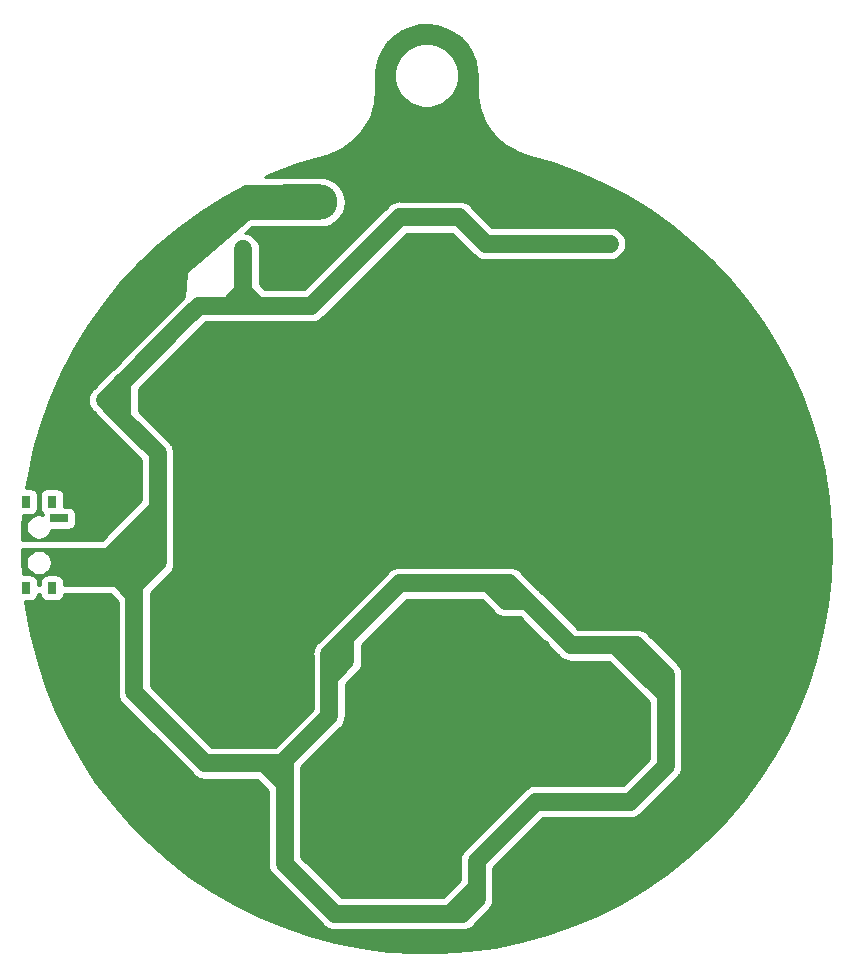
<source format=gbr>
%TF.GenerationSoftware,KiCad,Pcbnew,(5.1.10)-1*%
%TF.CreationDate,2021-10-17T11:10:58+02:00*%
%TF.ProjectId,TVZ_kuglica,54565a5f-6b75-4676-9c69-63612e6b6963,rev?*%
%TF.SameCoordinates,Original*%
%TF.FileFunction,Copper,L2,Bot*%
%TF.FilePolarity,Positive*%
%FSLAX46Y46*%
G04 Gerber Fmt 4.6, Leading zero omitted, Abs format (unit mm)*
G04 Created by KiCad (PCBNEW (5.1.10)-1) date 2021-10-17 11:10:58*
%MOMM*%
%LPD*%
G01*
G04 APERTURE LIST*
%TA.AperFunction,SMDPad,CuDef*%
%ADD10O,6.000000X3.000000*%
%TD*%
%TA.AperFunction,SMDPad,CuDef*%
%ADD11R,1.500000X0.700000*%
%TD*%
%TA.AperFunction,SMDPad,CuDef*%
%ADD12R,0.800000X1.000000*%
%TD*%
%TA.AperFunction,ViaPad*%
%ADD13C,0.800000*%
%TD*%
%TA.AperFunction,Conductor*%
%ADD14C,1.524000*%
%TD*%
%TA.AperFunction,Conductor*%
%ADD15C,0.762000*%
%TD*%
%TA.AperFunction,Conductor*%
%ADD16C,0.254000*%
%TD*%
%TA.AperFunction,Conductor*%
%ADD17C,0.100000*%
%TD*%
G04 APERTURE END LIST*
D10*
%TO.P,BT1,1*%
%TO.N,VCC*%
X126500000Y-70750000D03*
%TO.P,BT1,2*%
%TO.N,GND*%
X145500000Y-70750000D03*
%TD*%
D11*
%TO.P,SW1,1*%
%TO.N,Net-(D1-Pad1)*%
X105930000Y-102000000D03*
%TO.P,SW1,2*%
%TO.N,VCC*%
X105930000Y-99000000D03*
%TO.P,SW1,3*%
%TO.N,Net-(SW1-Pad3)*%
X105930000Y-97500000D03*
D12*
%TO.P,SW1,*%
%TO.N,*%
X103070000Y-103400000D03*
X103070000Y-96100000D03*
X105280000Y-96100000D03*
X105280000Y-103400000D03*
%TD*%
D13*
%TO.N,Net-(D1-Pad1)*%
X144000000Y-103000000D03*
X157250000Y-110750000D03*
X141250000Y-129750000D03*
X109750000Y-87500000D03*
X121500000Y-74750000D03*
X132500000Y-74250000D03*
X152500000Y-74250000D03*
X128750000Y-109000000D03*
X114250000Y-101250000D03*
X115000000Y-115000000D03*
X125000000Y-126750000D03*
%TO.N,GND*%
X118500000Y-126000000D03*
X134750000Y-125750000D03*
X135000000Y-133000000D03*
X145250000Y-126250000D03*
X153750000Y-127750000D03*
X154250000Y-77250000D03*
X130750000Y-73250000D03*
X120250000Y-84000000D03*
X126250000Y-93250000D03*
X120250000Y-105250000D03*
X128250000Y-104000000D03*
X108000000Y-107250000D03*
X118000000Y-110250000D03*
X138000000Y-112250000D03*
X149750000Y-117000000D03*
X147000000Y-108250000D03*
X165000000Y-105250000D03*
X161250000Y-117250000D03*
X155250000Y-97750000D03*
X157750000Y-90000000D03*
X139750000Y-94750000D03*
X161250000Y-110750000D03*
X132750000Y-109000000D03*
X148000000Y-103000000D03*
X119000000Y-115000000D03*
X118250000Y-101250000D03*
X145250000Y-129750000D03*
X113750000Y-87500000D03*
X136500000Y-74250000D03*
X156500000Y-74250000D03*
X125500000Y-74750000D03*
X129000000Y-126750000D03*
%TD*%
D14*
%TO.N,Net-(D1-Pad1)*%
X115000000Y-115000000D02*
X112250000Y-112250000D01*
X112250000Y-112250000D02*
X112250000Y-103250000D01*
X112250000Y-103250000D02*
X114250000Y-101250000D01*
X114250000Y-95250000D02*
X114250000Y-92000000D01*
X111250000Y-86000000D02*
X111375000Y-85875000D01*
X111375000Y-85875000D02*
X116750000Y-80500000D01*
X109750000Y-87500000D02*
X111375000Y-85875000D01*
X111250000Y-89000000D02*
X111250000Y-86000000D01*
X114250000Y-92000000D02*
X111250000Y-89000000D01*
X111250000Y-89000000D02*
X109750000Y-87500000D01*
X145500000Y-104500000D02*
X143750000Y-104500000D01*
X142250000Y-103000000D02*
X134750000Y-103000000D01*
X143750000Y-104500000D02*
X142250000Y-103000000D01*
X144000000Y-103000000D02*
X142250000Y-103000000D01*
X145500000Y-104500000D02*
X144000000Y-103000000D01*
X128750000Y-114250000D02*
X124750000Y-118250000D01*
X118250000Y-118250000D02*
X115000000Y-115000000D01*
X130125000Y-109625000D02*
X128750000Y-111000000D01*
X128750000Y-111000000D02*
X128750000Y-114250000D01*
X128750000Y-109000000D02*
X128750000Y-111000000D01*
X134750000Y-103000000D02*
X130125000Y-107625000D01*
X130125000Y-107625000D02*
X130125000Y-109625000D01*
X130125000Y-107625000D02*
X128750000Y-109000000D01*
X134750000Y-72000000D02*
X132500000Y-74250000D01*
X139750000Y-72000000D02*
X134750000Y-72000000D01*
X142000000Y-74250000D02*
X139750000Y-72000000D01*
X152500000Y-74250000D02*
X142000000Y-74250000D01*
X117750000Y-79500000D02*
X116750000Y-80500000D01*
X127250000Y-79500000D02*
X132500000Y-74250000D01*
X119500000Y-79500000D02*
X119000000Y-79500000D01*
X117750000Y-79500000D02*
X119500000Y-79500000D01*
X141250000Y-126500000D02*
X146250000Y-121500000D01*
X146250000Y-121500000D02*
X154250000Y-121500000D01*
X154250000Y-121500000D02*
X157250000Y-118500000D01*
X157250000Y-112500000D02*
X157250000Y-110750000D01*
X157250000Y-118500000D02*
X157250000Y-112500000D01*
X157250000Y-110750000D02*
X154750000Y-108250000D01*
X149250000Y-108250000D02*
X147750000Y-106750000D01*
X147750000Y-106750000D02*
X145500000Y-104500000D01*
X157250000Y-112500000D02*
X153000000Y-108250000D01*
X153000000Y-108250000D02*
X149250000Y-108250000D01*
X154750000Y-108250000D02*
X153000000Y-108250000D01*
X112250000Y-101250000D02*
X114250000Y-99250000D01*
X112250000Y-103250000D02*
X112250000Y-101250000D01*
X114250000Y-99250000D02*
X114250000Y-95250000D01*
X114250000Y-101250000D02*
X114250000Y-99250000D01*
X125000000Y-118500000D02*
X124750000Y-118250000D01*
X123250000Y-118250000D02*
X125000000Y-120000000D01*
X125000000Y-120000000D02*
X125000000Y-118500000D01*
X124750000Y-118250000D02*
X123250000Y-118250000D01*
X125000000Y-126750000D02*
X125000000Y-120000000D01*
X123250000Y-118250000D02*
X118250000Y-118250000D01*
X141250000Y-129750000D02*
X140000000Y-131000000D01*
X129250000Y-131000000D02*
X125000000Y-126750000D01*
X138750000Y-131000000D02*
X139000000Y-131000000D01*
X139000000Y-131000000D02*
X141250000Y-128750000D01*
X141250000Y-128750000D02*
X141250000Y-126500000D01*
X141250000Y-129750000D02*
X141250000Y-128750000D01*
X140000000Y-131000000D02*
X138750000Y-131000000D01*
X138750000Y-131000000D02*
X129250000Y-131000000D01*
X121500000Y-79250000D02*
X121750000Y-79500000D01*
X119500000Y-79500000D02*
X121750000Y-79500000D01*
X119500000Y-79500000D02*
X120250000Y-79500000D01*
X121500000Y-78250000D02*
X121500000Y-79250000D01*
X120250000Y-79500000D02*
X121500000Y-78250000D01*
X121500000Y-74750000D02*
X121500000Y-78250000D01*
X121500000Y-78250000D02*
X122750000Y-79500000D01*
X122750000Y-79500000D02*
X127250000Y-79500000D01*
X121750000Y-79500000D02*
X122750000Y-79500000D01*
D15*
%TO.N,VCC*%
X105930000Y-99000000D02*
X108750000Y-99000000D01*
X108750000Y-99000000D02*
X109750000Y-98000000D01*
X109750000Y-98000000D02*
X109750000Y-94000000D01*
X109750000Y-94000000D02*
X107250000Y-91500000D01*
X107250000Y-91500000D02*
X107250000Y-86000000D01*
X107250000Y-86000000D02*
X113500000Y-79750000D01*
X113500000Y-79750000D02*
X113500000Y-77000000D01*
X119750000Y-70750000D02*
X126500000Y-70750000D01*
X113500000Y-77000000D02*
X119750000Y-70750000D01*
%TD*%
D16*
%TO.N,GND*%
X137886138Y-55831059D02*
X138610388Y-56053867D01*
X139283738Y-56401409D01*
X139884901Y-56862699D01*
X140394872Y-57423149D01*
X140797540Y-58065057D01*
X141080170Y-58768122D01*
X141236190Y-59521513D01*
X141265000Y-60021169D01*
X141265001Y-61306272D01*
X141266298Y-61319440D01*
X141278413Y-61656049D01*
X141278863Y-61659632D01*
X141278707Y-61663242D01*
X141287438Y-61747410D01*
X141429908Y-62624862D01*
X141435629Y-62647269D01*
X141438736Y-62670183D01*
X141462234Y-62751474D01*
X141757835Y-63589830D01*
X141767433Y-63610870D01*
X141774549Y-63632871D01*
X141812059Y-63708691D01*
X141812071Y-63708717D01*
X141812077Y-63708725D01*
X142251461Y-64481476D01*
X142264630Y-64500478D01*
X142275533Y-64520879D01*
X142325894Y-64588881D01*
X142895182Y-65271616D01*
X142911512Y-65287990D01*
X142925851Y-65306132D01*
X142987458Y-65364142D01*
X143668651Y-65935276D01*
X143687625Y-65948502D01*
X143704950Y-65963817D01*
X143775855Y-66010000D01*
X144547423Y-66451478D01*
X144568436Y-66461133D01*
X144588200Y-66473139D01*
X144666163Y-66506036D01*
X145503715Y-66803905D01*
X145508021Y-66805017D01*
X145525587Y-66811299D01*
X145542755Y-66816572D01*
X147746053Y-67464098D01*
X149878711Y-68247813D01*
X151954729Y-69171140D01*
X153965017Y-70230036D01*
X155900673Y-71419812D01*
X157753239Y-72735268D01*
X159514561Y-74170616D01*
X161176886Y-75719540D01*
X162732884Y-77375207D01*
X164175738Y-79130360D01*
X165499106Y-80977290D01*
X166697162Y-82907865D01*
X167764630Y-84913581D01*
X168696830Y-86985643D01*
X169489658Y-89114933D01*
X170139624Y-91292080D01*
X170643873Y-93507517D01*
X171000188Y-95751501D01*
X171207004Y-98014175D01*
X171263407Y-100285560D01*
X171169153Y-102555700D01*
X170924654Y-104814605D01*
X170530986Y-107052337D01*
X169989882Y-109259064D01*
X169303718Y-111425077D01*
X168475512Y-113540851D01*
X167508906Y-115597090D01*
X166408155Y-117584736D01*
X165178083Y-119495080D01*
X163824120Y-121319689D01*
X162352204Y-123050560D01*
X160768823Y-124680064D01*
X159080926Y-126201055D01*
X157295931Y-127606843D01*
X155421695Y-128891239D01*
X153466456Y-130048599D01*
X151438820Y-131073832D01*
X149347702Y-131962428D01*
X147202263Y-132710493D01*
X145011999Y-133314718D01*
X142786467Y-133772464D01*
X140535523Y-134081705D01*
X138269022Y-134241089D01*
X135996953Y-134249911D01*
X133729262Y-134108134D01*
X131475992Y-133816385D01*
X129246983Y-133375938D01*
X127052076Y-132788738D01*
X124900917Y-132057366D01*
X122802939Y-131185029D01*
X120767401Y-130175574D01*
X118803237Y-129033435D01*
X116919085Y-127763634D01*
X115123223Y-126371749D01*
X113423564Y-124863914D01*
X111827572Y-123246751D01*
X110342263Y-121527368D01*
X108974171Y-119713331D01*
X107729304Y-117812605D01*
X106613144Y-115833557D01*
X105630601Y-113784897D01*
X104785986Y-111675609D01*
X104083026Y-109515005D01*
X103524797Y-107312547D01*
X103113763Y-105077935D01*
X103051083Y-104538072D01*
X103470000Y-104538072D01*
X103594482Y-104525812D01*
X103714180Y-104489502D01*
X103824494Y-104430537D01*
X103921185Y-104351185D01*
X104000537Y-104254494D01*
X104059502Y-104144180D01*
X104095812Y-104024482D01*
X104108072Y-103900000D01*
X104108072Y-103885000D01*
X104241928Y-103885000D01*
X104241928Y-103900000D01*
X104254188Y-104024482D01*
X104290498Y-104144180D01*
X104349463Y-104254494D01*
X104428815Y-104351185D01*
X104525506Y-104430537D01*
X104635820Y-104489502D01*
X104755518Y-104525812D01*
X104880000Y-104538072D01*
X105680000Y-104538072D01*
X105804482Y-104525812D01*
X105924180Y-104489502D01*
X106034494Y-104430537D01*
X106131185Y-104351185D01*
X106210537Y-104254494D01*
X106269502Y-104144180D01*
X106305812Y-104024482D01*
X106318072Y-103900000D01*
X106318072Y-103885000D01*
X110211858Y-103885000D01*
X110853001Y-104617735D01*
X110853000Y-112181375D01*
X110846241Y-112250000D01*
X110860387Y-112393622D01*
X110873214Y-112523859D01*
X110953096Y-112787194D01*
X111082817Y-113029886D01*
X111257392Y-113242607D01*
X111310704Y-113286359D01*
X114060696Y-116036353D01*
X114060707Y-116036362D01*
X117213645Y-119189302D01*
X117257392Y-119242608D01*
X117470113Y-119417183D01*
X117712805Y-119546904D01*
X117954215Y-119620135D01*
X117976140Y-119626786D01*
X118249999Y-119653759D01*
X118318624Y-119647000D01*
X122671345Y-119647000D01*
X123603001Y-120578657D01*
X123603000Y-126681375D01*
X123596241Y-126750000D01*
X123603000Y-126818624D01*
X123623214Y-127023859D01*
X123703096Y-127287194D01*
X123832817Y-127529886D01*
X124007392Y-127742607D01*
X124060705Y-127786360D01*
X128213641Y-131939297D01*
X128257392Y-131992608D01*
X128432381Y-132136217D01*
X128470113Y-132167183D01*
X128712804Y-132296904D01*
X128976140Y-132376786D01*
X129250000Y-132403759D01*
X129318625Y-132397000D01*
X138931375Y-132397000D01*
X139000000Y-132403759D01*
X139068625Y-132397000D01*
X139931375Y-132397000D01*
X140000000Y-132403759D01*
X140068625Y-132397000D01*
X140273860Y-132376786D01*
X140537195Y-132296904D01*
X140779887Y-132167183D01*
X140992608Y-131992608D01*
X141036364Y-131939292D01*
X142189301Y-130786355D01*
X142242607Y-130742608D01*
X142417183Y-130529887D01*
X142546904Y-130287195D01*
X142626786Y-130023860D01*
X142647000Y-129818625D01*
X142647000Y-129818624D01*
X142653759Y-129750000D01*
X142647000Y-129681375D01*
X142647000Y-128818633D01*
X142653760Y-128750000D01*
X142647000Y-128681368D01*
X142647000Y-127078655D01*
X146828656Y-122897000D01*
X154181375Y-122897000D01*
X154250000Y-122903759D01*
X154318625Y-122897000D01*
X154523860Y-122876786D01*
X154787195Y-122796904D01*
X155029887Y-122667183D01*
X155242608Y-122492608D01*
X155286364Y-122439291D01*
X158189303Y-119536353D01*
X158242607Y-119492608D01*
X158417183Y-119279887D01*
X158437109Y-119242608D01*
X158546904Y-119037196D01*
X158626786Y-118773860D01*
X158653759Y-118500000D01*
X158647000Y-118431375D01*
X158647000Y-112568624D01*
X158653759Y-112500000D01*
X158647000Y-112431375D01*
X158647000Y-110818625D01*
X158653759Y-110750000D01*
X158626786Y-110476140D01*
X158612106Y-110427746D01*
X158546904Y-110212805D01*
X158417183Y-109970113D01*
X158242608Y-109757392D01*
X158189296Y-109713641D01*
X155786364Y-107310709D01*
X155742608Y-107257392D01*
X155529887Y-107082817D01*
X155287195Y-106953096D01*
X155023860Y-106873214D01*
X154818625Y-106853000D01*
X154750000Y-106846241D01*
X154681375Y-106853000D01*
X153068625Y-106853000D01*
X153000000Y-106846241D01*
X152931375Y-106853000D01*
X149828656Y-106853000D01*
X148786357Y-105810702D01*
X148786353Y-105810697D01*
X146536364Y-103560709D01*
X146492608Y-103507392D01*
X146439302Y-103463645D01*
X145036363Y-102060708D01*
X144992608Y-102007392D01*
X144779887Y-101832817D01*
X144537195Y-101703096D01*
X144273860Y-101623214D01*
X144068625Y-101603000D01*
X144000000Y-101596241D01*
X143931375Y-101603000D01*
X142318625Y-101603000D01*
X142250000Y-101596241D01*
X142181375Y-101603000D01*
X134818625Y-101603000D01*
X134750000Y-101596241D01*
X134476140Y-101623214D01*
X134212804Y-101703096D01*
X134143283Y-101740256D01*
X133970113Y-101832817D01*
X133757392Y-102007392D01*
X133713641Y-102060703D01*
X129185705Y-106588640D01*
X129132392Y-106632393D01*
X129088646Y-106685698D01*
X127810704Y-107963641D01*
X127757392Y-108007393D01*
X127582817Y-108220114D01*
X127453096Y-108462806D01*
X127406138Y-108617607D01*
X127373214Y-108726141D01*
X127346241Y-109000000D01*
X127353000Y-109068625D01*
X127353001Y-110931366D01*
X127346241Y-111000000D01*
X127353000Y-111068625D01*
X127353001Y-113671342D01*
X124171345Y-116853000D01*
X123318625Y-116853000D01*
X123250000Y-116846241D01*
X123181375Y-116853000D01*
X118828657Y-116853000D01*
X116036362Y-114060707D01*
X116036353Y-114060696D01*
X113647000Y-111671345D01*
X113647000Y-103828655D01*
X115189306Y-102286351D01*
X115242607Y-102242608D01*
X115287819Y-102187518D01*
X115381954Y-102072813D01*
X115417183Y-102029887D01*
X115546904Y-101787195D01*
X115626786Y-101523860D01*
X115647000Y-101318625D01*
X115647000Y-101318624D01*
X115653759Y-101250001D01*
X115647000Y-101181375D01*
X115647000Y-99318624D01*
X115653759Y-99250001D01*
X115647000Y-99181375D01*
X115647000Y-92068625D01*
X115653759Y-92000000D01*
X115637171Y-91831575D01*
X115626786Y-91726140D01*
X115573325Y-91549902D01*
X115546904Y-91462804D01*
X115417183Y-91220113D01*
X115409539Y-91210799D01*
X115242608Y-91007392D01*
X115189297Y-90963641D01*
X112647000Y-88421345D01*
X112647000Y-86578655D01*
X117786353Y-81439303D01*
X117786357Y-81439298D01*
X118328656Y-80897000D01*
X120181375Y-80897000D01*
X120250000Y-80903759D01*
X120318625Y-80897000D01*
X121681375Y-80897000D01*
X121749999Y-80903759D01*
X121818624Y-80897000D01*
X122681375Y-80897000D01*
X122750000Y-80903759D01*
X122818625Y-80897000D01*
X127181375Y-80897000D01*
X127250000Y-80903759D01*
X127318625Y-80897000D01*
X127523860Y-80876786D01*
X127787195Y-80796904D01*
X128029887Y-80667183D01*
X128242608Y-80492608D01*
X128286364Y-80439291D01*
X133536353Y-75189304D01*
X133536362Y-75189293D01*
X135328656Y-73397000D01*
X139171345Y-73397000D01*
X140963641Y-75189296D01*
X141007392Y-75242608D01*
X141211085Y-75409774D01*
X141220113Y-75417183D01*
X141462804Y-75546904D01*
X141726140Y-75626786D01*
X142000000Y-75653760D01*
X142068632Y-75647000D01*
X152568625Y-75647000D01*
X152773860Y-75626786D01*
X153037195Y-75546904D01*
X153279887Y-75417183D01*
X153492608Y-75242608D01*
X153667183Y-75029887D01*
X153796904Y-74787195D01*
X153876786Y-74523860D01*
X153903759Y-74250000D01*
X153876786Y-73976140D01*
X153796904Y-73712805D01*
X153667183Y-73470113D01*
X153492608Y-73257392D01*
X153279887Y-73082817D01*
X153037195Y-72953096D01*
X152773860Y-72873214D01*
X152568625Y-72853000D01*
X142578656Y-72853000D01*
X140786364Y-71060709D01*
X140742608Y-71007392D01*
X140529887Y-70832817D01*
X140287195Y-70703096D01*
X140023860Y-70623214D01*
X139818625Y-70603000D01*
X139750000Y-70596241D01*
X139681375Y-70603000D01*
X134818632Y-70603000D01*
X134750000Y-70596240D01*
X134476140Y-70623214D01*
X134212804Y-70703096D01*
X134018967Y-70806704D01*
X133970113Y-70832817D01*
X133757392Y-71007392D01*
X133713641Y-71060704D01*
X131560707Y-73213638D01*
X131560696Y-73213647D01*
X126671345Y-78103000D01*
X123328656Y-78103000D01*
X122897000Y-77671345D01*
X122897000Y-74681375D01*
X122876786Y-74476140D01*
X122796904Y-74212805D01*
X122667183Y-73970113D01*
X122492607Y-73757392D01*
X122279886Y-73582817D01*
X122037194Y-73453096D01*
X121773859Y-73373214D01*
X121676506Y-73363625D01*
X122234902Y-72885000D01*
X128104882Y-72885000D01*
X128418533Y-72854108D01*
X128820982Y-72732026D01*
X129191881Y-72533777D01*
X129516977Y-72266977D01*
X129783777Y-71941881D01*
X129982026Y-71570982D01*
X130104108Y-71168533D01*
X130145330Y-70750000D01*
X130104108Y-70331467D01*
X129982026Y-69929018D01*
X129783777Y-69558119D01*
X129516977Y-69233023D01*
X129191881Y-68966223D01*
X128820982Y-68767974D01*
X128418533Y-68645892D01*
X128104882Y-68615000D01*
X123288837Y-68615000D01*
X123875077Y-68348792D01*
X126001593Y-67548534D01*
X128186747Y-66887862D01*
X128436510Y-66822338D01*
X128452528Y-66817563D01*
X128459226Y-66815987D01*
X128804024Y-66713600D01*
X128807380Y-66712269D01*
X128810916Y-66711517D01*
X128890228Y-66682021D01*
X129704199Y-66324712D01*
X129724464Y-66313571D01*
X129745874Y-66304834D01*
X129818696Y-66261767D01*
X129818710Y-66261759D01*
X129818715Y-66261755D01*
X130556543Y-65765956D01*
X130574511Y-65751406D01*
X130594041Y-65739012D01*
X130658097Y-65683720D01*
X131296470Y-65065093D01*
X131311582Y-65047586D01*
X131328603Y-65031934D01*
X131381840Y-64966192D01*
X131381856Y-64966173D01*
X131381861Y-64966165D01*
X131900590Y-64244277D01*
X131912363Y-64224370D01*
X131926343Y-64205952D01*
X131967109Y-64131800D01*
X132349809Y-63329453D01*
X132357869Y-63307780D01*
X132368369Y-63287173D01*
X132395359Y-63206974D01*
X132629927Y-62349538D01*
X132634022Y-62326778D01*
X132640706Y-62304640D01*
X132653067Y-62220928D01*
X132731782Y-61338949D01*
X132735000Y-61306272D01*
X132735000Y-60032731D01*
X132762021Y-59729963D01*
X134258266Y-59729963D01*
X134258266Y-60270037D01*
X134363629Y-60799734D01*
X134570307Y-61298698D01*
X134870356Y-61747753D01*
X135252247Y-62129644D01*
X135701302Y-62429693D01*
X136200266Y-62636371D01*
X136729963Y-62741734D01*
X137270037Y-62741734D01*
X137799734Y-62636371D01*
X138298698Y-62429693D01*
X138747753Y-62129644D01*
X139129644Y-61747753D01*
X139429693Y-61298698D01*
X139636371Y-60799734D01*
X139741734Y-60270037D01*
X139741734Y-59729963D01*
X139636371Y-59200266D01*
X139429693Y-58701302D01*
X139129644Y-58252247D01*
X138747753Y-57870356D01*
X138298698Y-57570307D01*
X137799734Y-57363629D01*
X137270037Y-57258266D01*
X136729963Y-57258266D01*
X136200266Y-57363629D01*
X135701302Y-57570307D01*
X135252247Y-57870356D01*
X134870356Y-58252247D01*
X134570307Y-58701302D01*
X134363629Y-59200266D01*
X134258266Y-59729963D01*
X132762021Y-59729963D01*
X132805281Y-59245253D01*
X133005231Y-58514357D01*
X133331450Y-57830425D01*
X133773626Y-57215072D01*
X134317789Y-56687741D01*
X134946726Y-56265114D01*
X135640570Y-55960537D01*
X136377386Y-55783643D01*
X137133871Y-55740024D01*
X137886138Y-55831059D01*
%TA.AperFunction,Conductor*%
D17*
G36*
X137886138Y-55831059D02*
G01*
X138610388Y-56053867D01*
X139283738Y-56401409D01*
X139884901Y-56862699D01*
X140394872Y-57423149D01*
X140797540Y-58065057D01*
X141080170Y-58768122D01*
X141236190Y-59521513D01*
X141265000Y-60021169D01*
X141265001Y-61306272D01*
X141266298Y-61319440D01*
X141278413Y-61656049D01*
X141278863Y-61659632D01*
X141278707Y-61663242D01*
X141287438Y-61747410D01*
X141429908Y-62624862D01*
X141435629Y-62647269D01*
X141438736Y-62670183D01*
X141462234Y-62751474D01*
X141757835Y-63589830D01*
X141767433Y-63610870D01*
X141774549Y-63632871D01*
X141812059Y-63708691D01*
X141812071Y-63708717D01*
X141812077Y-63708725D01*
X142251461Y-64481476D01*
X142264630Y-64500478D01*
X142275533Y-64520879D01*
X142325894Y-64588881D01*
X142895182Y-65271616D01*
X142911512Y-65287990D01*
X142925851Y-65306132D01*
X142987458Y-65364142D01*
X143668651Y-65935276D01*
X143687625Y-65948502D01*
X143704950Y-65963817D01*
X143775855Y-66010000D01*
X144547423Y-66451478D01*
X144568436Y-66461133D01*
X144588200Y-66473139D01*
X144666163Y-66506036D01*
X145503715Y-66803905D01*
X145508021Y-66805017D01*
X145525587Y-66811299D01*
X145542755Y-66816572D01*
X147746053Y-67464098D01*
X149878711Y-68247813D01*
X151954729Y-69171140D01*
X153965017Y-70230036D01*
X155900673Y-71419812D01*
X157753239Y-72735268D01*
X159514561Y-74170616D01*
X161176886Y-75719540D01*
X162732884Y-77375207D01*
X164175738Y-79130360D01*
X165499106Y-80977290D01*
X166697162Y-82907865D01*
X167764630Y-84913581D01*
X168696830Y-86985643D01*
X169489658Y-89114933D01*
X170139624Y-91292080D01*
X170643873Y-93507517D01*
X171000188Y-95751501D01*
X171207004Y-98014175D01*
X171263407Y-100285560D01*
X171169153Y-102555700D01*
X170924654Y-104814605D01*
X170530986Y-107052337D01*
X169989882Y-109259064D01*
X169303718Y-111425077D01*
X168475512Y-113540851D01*
X167508906Y-115597090D01*
X166408155Y-117584736D01*
X165178083Y-119495080D01*
X163824120Y-121319689D01*
X162352204Y-123050560D01*
X160768823Y-124680064D01*
X159080926Y-126201055D01*
X157295931Y-127606843D01*
X155421695Y-128891239D01*
X153466456Y-130048599D01*
X151438820Y-131073832D01*
X149347702Y-131962428D01*
X147202263Y-132710493D01*
X145011999Y-133314718D01*
X142786467Y-133772464D01*
X140535523Y-134081705D01*
X138269022Y-134241089D01*
X135996953Y-134249911D01*
X133729262Y-134108134D01*
X131475992Y-133816385D01*
X129246983Y-133375938D01*
X127052076Y-132788738D01*
X124900917Y-132057366D01*
X122802939Y-131185029D01*
X120767401Y-130175574D01*
X118803237Y-129033435D01*
X116919085Y-127763634D01*
X115123223Y-126371749D01*
X113423564Y-124863914D01*
X111827572Y-123246751D01*
X110342263Y-121527368D01*
X108974171Y-119713331D01*
X107729304Y-117812605D01*
X106613144Y-115833557D01*
X105630601Y-113784897D01*
X104785986Y-111675609D01*
X104083026Y-109515005D01*
X103524797Y-107312547D01*
X103113763Y-105077935D01*
X103051083Y-104538072D01*
X103470000Y-104538072D01*
X103594482Y-104525812D01*
X103714180Y-104489502D01*
X103824494Y-104430537D01*
X103921185Y-104351185D01*
X104000537Y-104254494D01*
X104059502Y-104144180D01*
X104095812Y-104024482D01*
X104108072Y-103900000D01*
X104108072Y-103885000D01*
X104241928Y-103885000D01*
X104241928Y-103900000D01*
X104254188Y-104024482D01*
X104290498Y-104144180D01*
X104349463Y-104254494D01*
X104428815Y-104351185D01*
X104525506Y-104430537D01*
X104635820Y-104489502D01*
X104755518Y-104525812D01*
X104880000Y-104538072D01*
X105680000Y-104538072D01*
X105804482Y-104525812D01*
X105924180Y-104489502D01*
X106034494Y-104430537D01*
X106131185Y-104351185D01*
X106210537Y-104254494D01*
X106269502Y-104144180D01*
X106305812Y-104024482D01*
X106318072Y-103900000D01*
X106318072Y-103885000D01*
X110211858Y-103885000D01*
X110853001Y-104617735D01*
X110853000Y-112181375D01*
X110846241Y-112250000D01*
X110860387Y-112393622D01*
X110873214Y-112523859D01*
X110953096Y-112787194D01*
X111082817Y-113029886D01*
X111257392Y-113242607D01*
X111310704Y-113286359D01*
X114060696Y-116036353D01*
X114060707Y-116036362D01*
X117213645Y-119189302D01*
X117257392Y-119242608D01*
X117470113Y-119417183D01*
X117712805Y-119546904D01*
X117954215Y-119620135D01*
X117976140Y-119626786D01*
X118249999Y-119653759D01*
X118318624Y-119647000D01*
X122671345Y-119647000D01*
X123603001Y-120578657D01*
X123603000Y-126681375D01*
X123596241Y-126750000D01*
X123603000Y-126818624D01*
X123623214Y-127023859D01*
X123703096Y-127287194D01*
X123832817Y-127529886D01*
X124007392Y-127742607D01*
X124060705Y-127786360D01*
X128213641Y-131939297D01*
X128257392Y-131992608D01*
X128432381Y-132136217D01*
X128470113Y-132167183D01*
X128712804Y-132296904D01*
X128976140Y-132376786D01*
X129250000Y-132403759D01*
X129318625Y-132397000D01*
X138931375Y-132397000D01*
X139000000Y-132403759D01*
X139068625Y-132397000D01*
X139931375Y-132397000D01*
X140000000Y-132403759D01*
X140068625Y-132397000D01*
X140273860Y-132376786D01*
X140537195Y-132296904D01*
X140779887Y-132167183D01*
X140992608Y-131992608D01*
X141036364Y-131939292D01*
X142189301Y-130786355D01*
X142242607Y-130742608D01*
X142417183Y-130529887D01*
X142546904Y-130287195D01*
X142626786Y-130023860D01*
X142647000Y-129818625D01*
X142647000Y-129818624D01*
X142653759Y-129750000D01*
X142647000Y-129681375D01*
X142647000Y-128818633D01*
X142653760Y-128750000D01*
X142647000Y-128681368D01*
X142647000Y-127078655D01*
X146828656Y-122897000D01*
X154181375Y-122897000D01*
X154250000Y-122903759D01*
X154318625Y-122897000D01*
X154523860Y-122876786D01*
X154787195Y-122796904D01*
X155029887Y-122667183D01*
X155242608Y-122492608D01*
X155286364Y-122439291D01*
X158189303Y-119536353D01*
X158242607Y-119492608D01*
X158417183Y-119279887D01*
X158437109Y-119242608D01*
X158546904Y-119037196D01*
X158626786Y-118773860D01*
X158653759Y-118500000D01*
X158647000Y-118431375D01*
X158647000Y-112568624D01*
X158653759Y-112500000D01*
X158647000Y-112431375D01*
X158647000Y-110818625D01*
X158653759Y-110750000D01*
X158626786Y-110476140D01*
X158612106Y-110427746D01*
X158546904Y-110212805D01*
X158417183Y-109970113D01*
X158242608Y-109757392D01*
X158189296Y-109713641D01*
X155786364Y-107310709D01*
X155742608Y-107257392D01*
X155529887Y-107082817D01*
X155287195Y-106953096D01*
X155023860Y-106873214D01*
X154818625Y-106853000D01*
X154750000Y-106846241D01*
X154681375Y-106853000D01*
X153068625Y-106853000D01*
X153000000Y-106846241D01*
X152931375Y-106853000D01*
X149828656Y-106853000D01*
X148786357Y-105810702D01*
X148786353Y-105810697D01*
X146536364Y-103560709D01*
X146492608Y-103507392D01*
X146439302Y-103463645D01*
X145036363Y-102060708D01*
X144992608Y-102007392D01*
X144779887Y-101832817D01*
X144537195Y-101703096D01*
X144273860Y-101623214D01*
X144068625Y-101603000D01*
X144000000Y-101596241D01*
X143931375Y-101603000D01*
X142318625Y-101603000D01*
X142250000Y-101596241D01*
X142181375Y-101603000D01*
X134818625Y-101603000D01*
X134750000Y-101596241D01*
X134476140Y-101623214D01*
X134212804Y-101703096D01*
X134143283Y-101740256D01*
X133970113Y-101832817D01*
X133757392Y-102007392D01*
X133713641Y-102060703D01*
X129185705Y-106588640D01*
X129132392Y-106632393D01*
X129088646Y-106685698D01*
X127810704Y-107963641D01*
X127757392Y-108007393D01*
X127582817Y-108220114D01*
X127453096Y-108462806D01*
X127406138Y-108617607D01*
X127373214Y-108726141D01*
X127346241Y-109000000D01*
X127353000Y-109068625D01*
X127353001Y-110931366D01*
X127346241Y-111000000D01*
X127353000Y-111068625D01*
X127353001Y-113671342D01*
X124171345Y-116853000D01*
X123318625Y-116853000D01*
X123250000Y-116846241D01*
X123181375Y-116853000D01*
X118828657Y-116853000D01*
X116036362Y-114060707D01*
X116036353Y-114060696D01*
X113647000Y-111671345D01*
X113647000Y-103828655D01*
X115189306Y-102286351D01*
X115242607Y-102242608D01*
X115287819Y-102187518D01*
X115381954Y-102072813D01*
X115417183Y-102029887D01*
X115546904Y-101787195D01*
X115626786Y-101523860D01*
X115647000Y-101318625D01*
X115647000Y-101318624D01*
X115653759Y-101250001D01*
X115647000Y-101181375D01*
X115647000Y-99318624D01*
X115653759Y-99250001D01*
X115647000Y-99181375D01*
X115647000Y-92068625D01*
X115653759Y-92000000D01*
X115637171Y-91831575D01*
X115626786Y-91726140D01*
X115573325Y-91549902D01*
X115546904Y-91462804D01*
X115417183Y-91220113D01*
X115409539Y-91210799D01*
X115242608Y-91007392D01*
X115189297Y-90963641D01*
X112647000Y-88421345D01*
X112647000Y-86578655D01*
X117786353Y-81439303D01*
X117786357Y-81439298D01*
X118328656Y-80897000D01*
X120181375Y-80897000D01*
X120250000Y-80903759D01*
X120318625Y-80897000D01*
X121681375Y-80897000D01*
X121749999Y-80903759D01*
X121818624Y-80897000D01*
X122681375Y-80897000D01*
X122750000Y-80903759D01*
X122818625Y-80897000D01*
X127181375Y-80897000D01*
X127250000Y-80903759D01*
X127318625Y-80897000D01*
X127523860Y-80876786D01*
X127787195Y-80796904D01*
X128029887Y-80667183D01*
X128242608Y-80492608D01*
X128286364Y-80439291D01*
X133536353Y-75189304D01*
X133536362Y-75189293D01*
X135328656Y-73397000D01*
X139171345Y-73397000D01*
X140963641Y-75189296D01*
X141007392Y-75242608D01*
X141211085Y-75409774D01*
X141220113Y-75417183D01*
X141462804Y-75546904D01*
X141726140Y-75626786D01*
X142000000Y-75653760D01*
X142068632Y-75647000D01*
X152568625Y-75647000D01*
X152773860Y-75626786D01*
X153037195Y-75546904D01*
X153279887Y-75417183D01*
X153492608Y-75242608D01*
X153667183Y-75029887D01*
X153796904Y-74787195D01*
X153876786Y-74523860D01*
X153903759Y-74250000D01*
X153876786Y-73976140D01*
X153796904Y-73712805D01*
X153667183Y-73470113D01*
X153492608Y-73257392D01*
X153279887Y-73082817D01*
X153037195Y-72953096D01*
X152773860Y-72873214D01*
X152568625Y-72853000D01*
X142578656Y-72853000D01*
X140786364Y-71060709D01*
X140742608Y-71007392D01*
X140529887Y-70832817D01*
X140287195Y-70703096D01*
X140023860Y-70623214D01*
X139818625Y-70603000D01*
X139750000Y-70596241D01*
X139681375Y-70603000D01*
X134818632Y-70603000D01*
X134750000Y-70596240D01*
X134476140Y-70623214D01*
X134212804Y-70703096D01*
X134018967Y-70806704D01*
X133970113Y-70832817D01*
X133757392Y-71007392D01*
X133713641Y-71060704D01*
X131560707Y-73213638D01*
X131560696Y-73213647D01*
X126671345Y-78103000D01*
X123328656Y-78103000D01*
X122897000Y-77671345D01*
X122897000Y-74681375D01*
X122876786Y-74476140D01*
X122796904Y-74212805D01*
X122667183Y-73970113D01*
X122492607Y-73757392D01*
X122279886Y-73582817D01*
X122037194Y-73453096D01*
X121773859Y-73373214D01*
X121676506Y-73363625D01*
X122234902Y-72885000D01*
X128104882Y-72885000D01*
X128418533Y-72854108D01*
X128820982Y-72732026D01*
X129191881Y-72533777D01*
X129516977Y-72266977D01*
X129783777Y-71941881D01*
X129982026Y-71570982D01*
X130104108Y-71168533D01*
X130145330Y-70750000D01*
X130104108Y-70331467D01*
X129982026Y-69929018D01*
X129783777Y-69558119D01*
X129516977Y-69233023D01*
X129191881Y-68966223D01*
X128820982Y-68767974D01*
X128418533Y-68645892D01*
X128104882Y-68615000D01*
X123288837Y-68615000D01*
X123875077Y-68348792D01*
X126001593Y-67548534D01*
X128186747Y-66887862D01*
X128436510Y-66822338D01*
X128452528Y-66817563D01*
X128459226Y-66815987D01*
X128804024Y-66713600D01*
X128807380Y-66712269D01*
X128810916Y-66711517D01*
X128890228Y-66682021D01*
X129704199Y-66324712D01*
X129724464Y-66313571D01*
X129745874Y-66304834D01*
X129818696Y-66261767D01*
X129818710Y-66261759D01*
X129818715Y-66261755D01*
X130556543Y-65765956D01*
X130574511Y-65751406D01*
X130594041Y-65739012D01*
X130658097Y-65683720D01*
X131296470Y-65065093D01*
X131311582Y-65047586D01*
X131328603Y-65031934D01*
X131381840Y-64966192D01*
X131381856Y-64966173D01*
X131381861Y-64966165D01*
X131900590Y-64244277D01*
X131912363Y-64224370D01*
X131926343Y-64205952D01*
X131967109Y-64131800D01*
X132349809Y-63329453D01*
X132357869Y-63307780D01*
X132368369Y-63287173D01*
X132395359Y-63206974D01*
X132629927Y-62349538D01*
X132634022Y-62326778D01*
X132640706Y-62304640D01*
X132653067Y-62220928D01*
X132731782Y-61338949D01*
X132735000Y-61306272D01*
X132735000Y-60032731D01*
X132762021Y-59729963D01*
X134258266Y-59729963D01*
X134258266Y-60270037D01*
X134363629Y-60799734D01*
X134570307Y-61298698D01*
X134870356Y-61747753D01*
X135252247Y-62129644D01*
X135701302Y-62429693D01*
X136200266Y-62636371D01*
X136729963Y-62741734D01*
X137270037Y-62741734D01*
X137799734Y-62636371D01*
X138298698Y-62429693D01*
X138747753Y-62129644D01*
X139129644Y-61747753D01*
X139429693Y-61298698D01*
X139636371Y-60799734D01*
X139741734Y-60270037D01*
X139741734Y-59729963D01*
X139636371Y-59200266D01*
X139429693Y-58701302D01*
X139129644Y-58252247D01*
X138747753Y-57870356D01*
X138298698Y-57570307D01*
X137799734Y-57363629D01*
X137270037Y-57258266D01*
X136729963Y-57258266D01*
X136200266Y-57363629D01*
X135701302Y-57570307D01*
X135252247Y-57870356D01*
X134870356Y-58252247D01*
X134570307Y-58701302D01*
X134363629Y-59200266D01*
X134258266Y-59729963D01*
X132762021Y-59729963D01*
X132805281Y-59245253D01*
X133005231Y-58514357D01*
X133331450Y-57830425D01*
X133773626Y-57215072D01*
X134317789Y-56687741D01*
X134946726Y-56265114D01*
X135640570Y-55960537D01*
X136377386Y-55783643D01*
X137133871Y-55740024D01*
X137886138Y-55831059D01*
G37*
%TD.AperFunction*%
D16*
X142713645Y-105439302D02*
X142757392Y-105492608D01*
X142970113Y-105667183D01*
X143212805Y-105796904D01*
X143431930Y-105863375D01*
X143476140Y-105876786D01*
X143749999Y-105903759D01*
X143818624Y-105897000D01*
X144921345Y-105897000D01*
X146810697Y-107786353D01*
X146810702Y-107786357D01*
X148213645Y-109189302D01*
X148257392Y-109242608D01*
X148470113Y-109417183D01*
X148712805Y-109546904D01*
X148956766Y-109620909D01*
X148976140Y-109626786D01*
X149249999Y-109653759D01*
X149318624Y-109647000D01*
X152421345Y-109647000D01*
X155853001Y-113078657D01*
X155853000Y-117921344D01*
X153671345Y-120103000D01*
X146318625Y-120103000D01*
X146250000Y-120096241D01*
X146181375Y-120103000D01*
X145976140Y-120123214D01*
X145712805Y-120203096D01*
X145470113Y-120332817D01*
X145257392Y-120507392D01*
X145213641Y-120560703D01*
X140310704Y-125463641D01*
X140257393Y-125507392D01*
X140082818Y-125720113D01*
X139972169Y-125927123D01*
X139953097Y-125962805D01*
X139873214Y-126226141D01*
X139846241Y-126500000D01*
X139853001Y-126568634D01*
X139853000Y-128171344D01*
X138421345Y-129603000D01*
X129828656Y-129603000D01*
X126397000Y-126171345D01*
X126397000Y-120068624D01*
X126403759Y-120000000D01*
X126397000Y-119931375D01*
X126397000Y-118578655D01*
X129689302Y-115286355D01*
X129742608Y-115242608D01*
X129917183Y-115029887D01*
X130046904Y-114787195D01*
X130126786Y-114523860D01*
X130144041Y-114348667D01*
X130153759Y-114250001D01*
X130147000Y-114181376D01*
X130147000Y-111578655D01*
X131064296Y-110661360D01*
X131117608Y-110617608D01*
X131292183Y-110404887D01*
X131348164Y-110300153D01*
X131421904Y-110162196D01*
X131501786Y-109898860D01*
X131528759Y-109625000D01*
X131522000Y-109556375D01*
X131522000Y-108203655D01*
X135328656Y-104397000D01*
X141671344Y-104397000D01*
X142713645Y-105439302D01*
%TA.AperFunction,Conductor*%
D17*
G36*
X142713645Y-105439302D02*
G01*
X142757392Y-105492608D01*
X142970113Y-105667183D01*
X143212805Y-105796904D01*
X143431930Y-105863375D01*
X143476140Y-105876786D01*
X143749999Y-105903759D01*
X143818624Y-105897000D01*
X144921345Y-105897000D01*
X146810697Y-107786353D01*
X146810702Y-107786357D01*
X148213645Y-109189302D01*
X148257392Y-109242608D01*
X148470113Y-109417183D01*
X148712805Y-109546904D01*
X148956766Y-109620909D01*
X148976140Y-109626786D01*
X149249999Y-109653759D01*
X149318624Y-109647000D01*
X152421345Y-109647000D01*
X155853001Y-113078657D01*
X155853000Y-117921344D01*
X153671345Y-120103000D01*
X146318625Y-120103000D01*
X146250000Y-120096241D01*
X146181375Y-120103000D01*
X145976140Y-120123214D01*
X145712805Y-120203096D01*
X145470113Y-120332817D01*
X145257392Y-120507392D01*
X145213641Y-120560703D01*
X140310704Y-125463641D01*
X140257393Y-125507392D01*
X140082818Y-125720113D01*
X139972169Y-125927123D01*
X139953097Y-125962805D01*
X139873214Y-126226141D01*
X139846241Y-126500000D01*
X139853001Y-126568634D01*
X139853000Y-128171344D01*
X138421345Y-129603000D01*
X129828656Y-129603000D01*
X126397000Y-126171345D01*
X126397000Y-120068624D01*
X126403759Y-120000000D01*
X126397000Y-119931375D01*
X126397000Y-118578655D01*
X129689302Y-115286355D01*
X129742608Y-115242608D01*
X129917183Y-115029887D01*
X130046904Y-114787195D01*
X130126786Y-114523860D01*
X130144041Y-114348667D01*
X130153759Y-114250001D01*
X130147000Y-114181376D01*
X130147000Y-111578655D01*
X131064296Y-110661360D01*
X131117608Y-110617608D01*
X131292183Y-110404887D01*
X131348164Y-110300153D01*
X131421904Y-110162196D01*
X131501786Y-109898860D01*
X131528759Y-109625000D01*
X131522000Y-109556375D01*
X131522000Y-108203655D01*
X135328656Y-104397000D01*
X141671344Y-104397000D01*
X142713645Y-105439302D01*
G37*
%TD.AperFunction*%
%TD*%
D16*
%TO.N,VCC*%
X124873000Y-72123000D02*
X122000000Y-72123000D01*
X121975224Y-72125440D01*
X121951399Y-72132667D01*
X121929443Y-72144403D01*
X121917349Y-72153574D01*
X116667349Y-76653574D01*
X116650126Y-76671552D01*
X116636740Y-76692543D01*
X116627707Y-76715743D01*
X116623247Y-76742078D01*
X116495979Y-78778365D01*
X115810702Y-79463643D01*
X115810697Y-79463647D01*
X110435702Y-84838643D01*
X110435697Y-84838647D01*
X110310699Y-84963645D01*
X110257393Y-85007392D01*
X110213646Y-85060698D01*
X108810698Y-86463647D01*
X108757393Y-86507393D01*
X108679676Y-86602092D01*
X108582818Y-86720114D01*
X108453097Y-86962805D01*
X108373214Y-87226141D01*
X108346241Y-87500000D01*
X108373214Y-87773859D01*
X108453097Y-88037195D01*
X108582818Y-88279886D01*
X108757393Y-88492607D01*
X108810698Y-88536353D01*
X110213649Y-89939306D01*
X110257392Y-89992607D01*
X110310694Y-90036351D01*
X110310696Y-90036353D01*
X110310707Y-90036362D01*
X112853001Y-92578657D01*
X112853000Y-95318624D01*
X112853001Y-95318634D01*
X112853001Y-95998973D01*
X109486974Y-99365000D01*
X102760092Y-99365000D01*
X102778607Y-98279882D01*
X102790035Y-98143137D01*
X103085000Y-98143137D01*
X103085000Y-98356863D01*
X103126696Y-98566483D01*
X103208485Y-98763940D01*
X103327225Y-98941647D01*
X103478353Y-99092775D01*
X103656060Y-99211515D01*
X103853517Y-99293304D01*
X104063137Y-99335000D01*
X104276863Y-99335000D01*
X104486483Y-99293304D01*
X104683940Y-99211515D01*
X104861647Y-99092775D01*
X105012775Y-98941647D01*
X105131515Y-98763940D01*
X105213304Y-98566483D01*
X105228901Y-98488072D01*
X106680000Y-98488072D01*
X106804482Y-98475812D01*
X106924180Y-98439502D01*
X107034494Y-98380537D01*
X107131185Y-98301185D01*
X107210537Y-98204494D01*
X107269502Y-98094180D01*
X107305812Y-97974482D01*
X107318072Y-97850000D01*
X107318072Y-97150000D01*
X107305812Y-97025518D01*
X107269502Y-96905820D01*
X107210537Y-96795506D01*
X107131185Y-96698815D01*
X107034494Y-96619463D01*
X106924180Y-96560498D01*
X106804482Y-96524188D01*
X106680000Y-96511928D01*
X106318072Y-96511928D01*
X106318072Y-95600000D01*
X106305812Y-95475518D01*
X106269502Y-95355820D01*
X106210537Y-95245506D01*
X106131185Y-95148815D01*
X106034494Y-95069463D01*
X105924180Y-95010498D01*
X105804482Y-94974188D01*
X105680000Y-94961928D01*
X104880000Y-94961928D01*
X104755518Y-94974188D01*
X104635820Y-95010498D01*
X104525506Y-95069463D01*
X104428815Y-95148815D01*
X104349463Y-95245506D01*
X104290498Y-95355820D01*
X104254188Y-95475518D01*
X104241928Y-95600000D01*
X104241928Y-96600000D01*
X104254188Y-96724482D01*
X104290498Y-96844180D01*
X104349463Y-96954494D01*
X104428815Y-97051185D01*
X104525506Y-97130537D01*
X104542928Y-97139849D01*
X104541928Y-97150000D01*
X104541928Y-97229662D01*
X104486483Y-97206696D01*
X104276863Y-97165000D01*
X104063137Y-97165000D01*
X103853517Y-97206696D01*
X103656060Y-97288485D01*
X103478353Y-97407225D01*
X103327225Y-97558353D01*
X103208485Y-97736060D01*
X103126696Y-97933517D01*
X103085000Y-98143137D01*
X102790035Y-98143137D01*
X102865678Y-97238072D01*
X103470000Y-97238072D01*
X103594482Y-97225812D01*
X103714180Y-97189502D01*
X103824494Y-97130537D01*
X103921185Y-97051185D01*
X104000537Y-96954494D01*
X104059502Y-96844180D01*
X104095812Y-96724482D01*
X104108072Y-96600000D01*
X104108072Y-95600000D01*
X104095812Y-95475518D01*
X104059502Y-95355820D01*
X104000537Y-95245506D01*
X103921185Y-95148815D01*
X103824494Y-95069463D01*
X103714180Y-95010498D01*
X103594482Y-94974188D01*
X103470000Y-94961928D01*
X103126785Y-94961928D01*
X103306719Y-93768999D01*
X103793749Y-91549706D01*
X104426782Y-89367594D01*
X105203052Y-87232203D01*
X106119133Y-85152960D01*
X107170992Y-83139015D01*
X108354015Y-81199200D01*
X109663000Y-79342048D01*
X111092189Y-77575730D01*
X112635284Y-75908027D01*
X114285522Y-74346247D01*
X116035631Y-72897273D01*
X117877934Y-71567463D01*
X119804304Y-70362683D01*
X121640863Y-69377000D01*
X124873000Y-69377000D01*
X124873000Y-72123000D01*
%TA.AperFunction,Conductor*%
D17*
G36*
X124873000Y-72123000D02*
G01*
X122000000Y-72123000D01*
X121975224Y-72125440D01*
X121951399Y-72132667D01*
X121929443Y-72144403D01*
X121917349Y-72153574D01*
X116667349Y-76653574D01*
X116650126Y-76671552D01*
X116636740Y-76692543D01*
X116627707Y-76715743D01*
X116623247Y-76742078D01*
X116495979Y-78778365D01*
X115810702Y-79463643D01*
X115810697Y-79463647D01*
X110435702Y-84838643D01*
X110435697Y-84838647D01*
X110310699Y-84963645D01*
X110257393Y-85007392D01*
X110213646Y-85060698D01*
X108810698Y-86463647D01*
X108757393Y-86507393D01*
X108679676Y-86602092D01*
X108582818Y-86720114D01*
X108453097Y-86962805D01*
X108373214Y-87226141D01*
X108346241Y-87500000D01*
X108373214Y-87773859D01*
X108453097Y-88037195D01*
X108582818Y-88279886D01*
X108757393Y-88492607D01*
X108810698Y-88536353D01*
X110213649Y-89939306D01*
X110257392Y-89992607D01*
X110310694Y-90036351D01*
X110310696Y-90036353D01*
X110310707Y-90036362D01*
X112853001Y-92578657D01*
X112853000Y-95318624D01*
X112853001Y-95318634D01*
X112853001Y-95998973D01*
X109486974Y-99365000D01*
X102760092Y-99365000D01*
X102778607Y-98279882D01*
X102790035Y-98143137D01*
X103085000Y-98143137D01*
X103085000Y-98356863D01*
X103126696Y-98566483D01*
X103208485Y-98763940D01*
X103327225Y-98941647D01*
X103478353Y-99092775D01*
X103656060Y-99211515D01*
X103853517Y-99293304D01*
X104063137Y-99335000D01*
X104276863Y-99335000D01*
X104486483Y-99293304D01*
X104683940Y-99211515D01*
X104861647Y-99092775D01*
X105012775Y-98941647D01*
X105131515Y-98763940D01*
X105213304Y-98566483D01*
X105228901Y-98488072D01*
X106680000Y-98488072D01*
X106804482Y-98475812D01*
X106924180Y-98439502D01*
X107034494Y-98380537D01*
X107131185Y-98301185D01*
X107210537Y-98204494D01*
X107269502Y-98094180D01*
X107305812Y-97974482D01*
X107318072Y-97850000D01*
X107318072Y-97150000D01*
X107305812Y-97025518D01*
X107269502Y-96905820D01*
X107210537Y-96795506D01*
X107131185Y-96698815D01*
X107034494Y-96619463D01*
X106924180Y-96560498D01*
X106804482Y-96524188D01*
X106680000Y-96511928D01*
X106318072Y-96511928D01*
X106318072Y-95600000D01*
X106305812Y-95475518D01*
X106269502Y-95355820D01*
X106210537Y-95245506D01*
X106131185Y-95148815D01*
X106034494Y-95069463D01*
X105924180Y-95010498D01*
X105804482Y-94974188D01*
X105680000Y-94961928D01*
X104880000Y-94961928D01*
X104755518Y-94974188D01*
X104635820Y-95010498D01*
X104525506Y-95069463D01*
X104428815Y-95148815D01*
X104349463Y-95245506D01*
X104290498Y-95355820D01*
X104254188Y-95475518D01*
X104241928Y-95600000D01*
X104241928Y-96600000D01*
X104254188Y-96724482D01*
X104290498Y-96844180D01*
X104349463Y-96954494D01*
X104428815Y-97051185D01*
X104525506Y-97130537D01*
X104542928Y-97139849D01*
X104541928Y-97150000D01*
X104541928Y-97229662D01*
X104486483Y-97206696D01*
X104276863Y-97165000D01*
X104063137Y-97165000D01*
X103853517Y-97206696D01*
X103656060Y-97288485D01*
X103478353Y-97407225D01*
X103327225Y-97558353D01*
X103208485Y-97736060D01*
X103126696Y-97933517D01*
X103085000Y-98143137D01*
X102790035Y-98143137D01*
X102865678Y-97238072D01*
X103470000Y-97238072D01*
X103594482Y-97225812D01*
X103714180Y-97189502D01*
X103824494Y-97130537D01*
X103921185Y-97051185D01*
X104000537Y-96954494D01*
X104059502Y-96844180D01*
X104095812Y-96724482D01*
X104108072Y-96600000D01*
X104108072Y-95600000D01*
X104095812Y-95475518D01*
X104059502Y-95355820D01*
X104000537Y-95245506D01*
X103921185Y-95148815D01*
X103824494Y-95069463D01*
X103714180Y-95010498D01*
X103594482Y-94974188D01*
X103470000Y-94961928D01*
X103126785Y-94961928D01*
X103306719Y-93768999D01*
X103793749Y-91549706D01*
X104426782Y-89367594D01*
X105203052Y-87232203D01*
X106119133Y-85152960D01*
X107170992Y-83139015D01*
X108354015Y-81199200D01*
X109663000Y-79342048D01*
X111092189Y-77575730D01*
X112635284Y-75908027D01*
X114285522Y-74346247D01*
X116035631Y-72897273D01*
X117877934Y-71567463D01*
X119804304Y-70362683D01*
X121640863Y-69377000D01*
X124873000Y-69377000D01*
X124873000Y-72123000D01*
G37*
%TD.AperFunction*%
%TD*%
D16*
%TO.N,Net-(D1-Pad1)*%
X114123000Y-101197394D02*
X112160197Y-103160197D01*
X112144403Y-103179443D01*
X112132667Y-103201399D01*
X112125440Y-103225224D01*
X112123000Y-103250000D01*
X112123000Y-104911996D01*
X110595577Y-103166370D01*
X110577425Y-103149331D01*
X110556298Y-103136160D01*
X110533007Y-103127364D01*
X110500000Y-103123000D01*
X106318072Y-103123000D01*
X106318072Y-102900000D01*
X106305812Y-102775518D01*
X106269502Y-102655820D01*
X106210537Y-102545506D01*
X106131185Y-102448815D01*
X106034494Y-102369463D01*
X105924180Y-102310498D01*
X105804482Y-102274188D01*
X105680000Y-102261928D01*
X104880000Y-102261928D01*
X104755518Y-102274188D01*
X104635820Y-102310498D01*
X104525506Y-102369463D01*
X104428815Y-102448815D01*
X104349463Y-102545506D01*
X104290498Y-102655820D01*
X104254188Y-102775518D01*
X104241928Y-102900000D01*
X104241928Y-103123000D01*
X104108072Y-103123000D01*
X104108072Y-102900000D01*
X104095812Y-102775518D01*
X104059502Y-102655820D01*
X104000537Y-102545506D01*
X103921185Y-102448815D01*
X103824494Y-102369463D01*
X103714180Y-102310498D01*
X103594482Y-102274188D01*
X103470000Y-102261928D01*
X102824164Y-102261928D01*
X102769006Y-101143137D01*
X103085000Y-101143137D01*
X103085000Y-101356863D01*
X103126696Y-101566483D01*
X103208485Y-101763940D01*
X103327225Y-101941647D01*
X103478353Y-102092775D01*
X103656060Y-102211515D01*
X103853517Y-102293304D01*
X104063137Y-102335000D01*
X104276863Y-102335000D01*
X104486483Y-102293304D01*
X104683940Y-102211515D01*
X104861647Y-102092775D01*
X105012775Y-101941647D01*
X105131515Y-101763940D01*
X105213304Y-101566483D01*
X105255000Y-101356863D01*
X105255000Y-101143137D01*
X105213304Y-100933517D01*
X105131515Y-100736060D01*
X105012775Y-100558353D01*
X104861647Y-100407225D01*
X104683940Y-100288485D01*
X104486483Y-100206696D01*
X104276863Y-100165000D01*
X104063137Y-100165000D01*
X103853517Y-100206696D01*
X103656060Y-100288485D01*
X103478353Y-100407225D01*
X103327225Y-100558353D01*
X103208485Y-100736060D01*
X103126696Y-100933517D01*
X103085000Y-101143137D01*
X102769006Y-101143137D01*
X102739845Y-100551658D01*
X102747091Y-100127000D01*
X109750000Y-100127000D01*
X109774776Y-100124560D01*
X109798601Y-100117333D01*
X109820557Y-100105597D01*
X109839803Y-100089803D01*
X114123000Y-95806606D01*
X114123000Y-101197394D01*
%TA.AperFunction,Conductor*%
D17*
G36*
X114123000Y-101197394D02*
G01*
X112160197Y-103160197D01*
X112144403Y-103179443D01*
X112132667Y-103201399D01*
X112125440Y-103225224D01*
X112123000Y-103250000D01*
X112123000Y-104911996D01*
X110595577Y-103166370D01*
X110577425Y-103149331D01*
X110556298Y-103136160D01*
X110533007Y-103127364D01*
X110500000Y-103123000D01*
X106318072Y-103123000D01*
X106318072Y-102900000D01*
X106305812Y-102775518D01*
X106269502Y-102655820D01*
X106210537Y-102545506D01*
X106131185Y-102448815D01*
X106034494Y-102369463D01*
X105924180Y-102310498D01*
X105804482Y-102274188D01*
X105680000Y-102261928D01*
X104880000Y-102261928D01*
X104755518Y-102274188D01*
X104635820Y-102310498D01*
X104525506Y-102369463D01*
X104428815Y-102448815D01*
X104349463Y-102545506D01*
X104290498Y-102655820D01*
X104254188Y-102775518D01*
X104241928Y-102900000D01*
X104241928Y-103123000D01*
X104108072Y-103123000D01*
X104108072Y-102900000D01*
X104095812Y-102775518D01*
X104059502Y-102655820D01*
X104000537Y-102545506D01*
X103921185Y-102448815D01*
X103824494Y-102369463D01*
X103714180Y-102310498D01*
X103594482Y-102274188D01*
X103470000Y-102261928D01*
X102824164Y-102261928D01*
X102769006Y-101143137D01*
X103085000Y-101143137D01*
X103085000Y-101356863D01*
X103126696Y-101566483D01*
X103208485Y-101763940D01*
X103327225Y-101941647D01*
X103478353Y-102092775D01*
X103656060Y-102211515D01*
X103853517Y-102293304D01*
X104063137Y-102335000D01*
X104276863Y-102335000D01*
X104486483Y-102293304D01*
X104683940Y-102211515D01*
X104861647Y-102092775D01*
X105012775Y-101941647D01*
X105131515Y-101763940D01*
X105213304Y-101566483D01*
X105255000Y-101356863D01*
X105255000Y-101143137D01*
X105213304Y-100933517D01*
X105131515Y-100736060D01*
X105012775Y-100558353D01*
X104861647Y-100407225D01*
X104683940Y-100288485D01*
X104486483Y-100206696D01*
X104276863Y-100165000D01*
X104063137Y-100165000D01*
X103853517Y-100206696D01*
X103656060Y-100288485D01*
X103478353Y-100407225D01*
X103327225Y-100558353D01*
X103208485Y-100736060D01*
X103126696Y-100933517D01*
X103085000Y-101143137D01*
X102769006Y-101143137D01*
X102739845Y-100551658D01*
X102747091Y-100127000D01*
X109750000Y-100127000D01*
X109774776Y-100124560D01*
X109798601Y-100117333D01*
X109820557Y-100105597D01*
X109839803Y-100089803D01*
X114123000Y-95806606D01*
X114123000Y-101197394D01*
G37*
%TD.AperFunction*%
%TD*%
M02*

</source>
